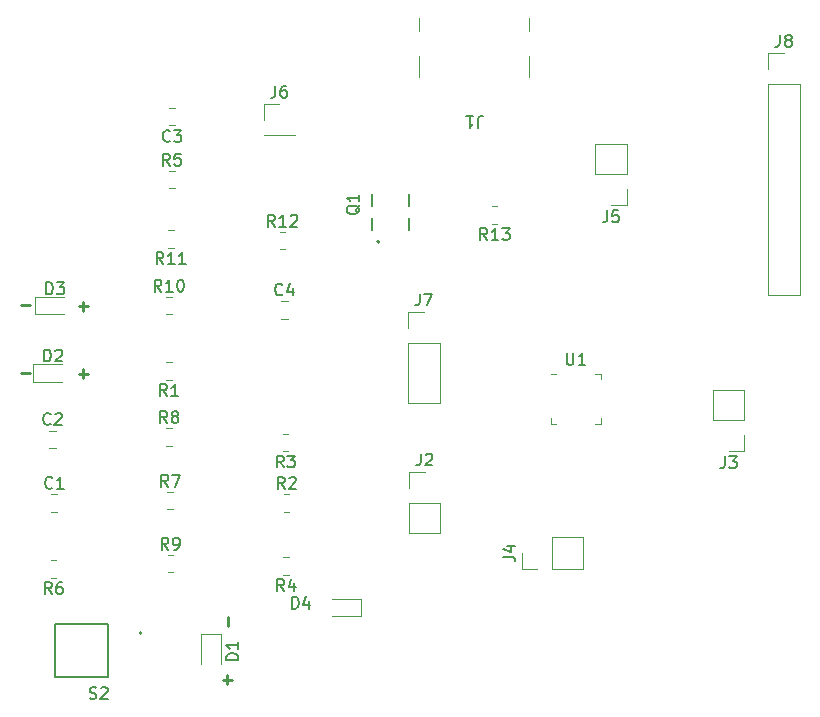
<source format=gbr>
%TF.GenerationSoftware,KiCad,Pcbnew,(6.0.10)*%
%TF.CreationDate,2023-04-05T20:35:32-05:00*%
%TF.ProjectId,445_PD,3434355f-5044-42e6-9b69-6361645f7063,rev?*%
%TF.SameCoordinates,Original*%
%TF.FileFunction,Legend,Top*%
%TF.FilePolarity,Positive*%
%FSLAX46Y46*%
G04 Gerber Fmt 4.6, Leading zero omitted, Abs format (unit mm)*
G04 Created by KiCad (PCBNEW (6.0.10)) date 2023-04-05 20:35:32*
%MOMM*%
%LPD*%
G01*
G04 APERTURE LIST*
%ADD10C,0.250000*%
%ADD11C,0.150000*%
%ADD12C,0.120000*%
%ADD13C,0.127000*%
%ADD14C,0.200000*%
G04 APERTURE END LIST*
D10*
X118440247Y-98318628D02*
X119202152Y-98318628D01*
X123317047Y-98369428D02*
X124078952Y-98369428D01*
X123698000Y-98750380D02*
X123698000Y-97988476D01*
X118440247Y-92578228D02*
X119202152Y-92578228D01*
X123317047Y-92629028D02*
X124078952Y-92629028D01*
X123698000Y-93009980D02*
X123698000Y-92248076D01*
X135970971Y-118999047D02*
X135970971Y-119760952D01*
X135920171Y-123875847D02*
X135920171Y-124637752D01*
X135539219Y-124256800D02*
X136301123Y-124256800D01*
D11*
%TO.C,U1*%
X164642895Y-96614780D02*
X164642895Y-97424304D01*
X164690514Y-97519542D01*
X164738133Y-97567161D01*
X164833371Y-97614780D01*
X165023847Y-97614780D01*
X165119085Y-97567161D01*
X165166704Y-97519542D01*
X165214323Y-97424304D01*
X165214323Y-96614780D01*
X166214323Y-97614780D02*
X165642895Y-97614780D01*
X165928609Y-97614780D02*
X165928609Y-96614780D01*
X165833371Y-96757638D01*
X165738133Y-96852876D01*
X165642895Y-96900495D01*
%TO.C,S2*%
X124250195Y-125858161D02*
X124393052Y-125905780D01*
X124631147Y-125905780D01*
X124726385Y-125858161D01*
X124774004Y-125810542D01*
X124821623Y-125715304D01*
X124821623Y-125620066D01*
X124774004Y-125524828D01*
X124726385Y-125477209D01*
X124631147Y-125429590D01*
X124440671Y-125381971D01*
X124345433Y-125334352D01*
X124297814Y-125286733D01*
X124250195Y-125191495D01*
X124250195Y-125096257D01*
X124297814Y-125001019D01*
X124345433Y-124953400D01*
X124440671Y-124905780D01*
X124678766Y-124905780D01*
X124821623Y-124953400D01*
X125202576Y-125001019D02*
X125250195Y-124953400D01*
X125345433Y-124905780D01*
X125583528Y-124905780D01*
X125678766Y-124953400D01*
X125726385Y-125001019D01*
X125774004Y-125096257D01*
X125774004Y-125191495D01*
X125726385Y-125334352D01*
X125154957Y-125905780D01*
X125774004Y-125905780D01*
%TO.C,R13*%
X157903942Y-87039980D02*
X157570609Y-86563790D01*
X157332514Y-87039980D02*
X157332514Y-86039980D01*
X157713466Y-86039980D01*
X157808704Y-86087600D01*
X157856323Y-86135219D01*
X157903942Y-86230457D01*
X157903942Y-86373314D01*
X157856323Y-86468552D01*
X157808704Y-86516171D01*
X157713466Y-86563790D01*
X157332514Y-86563790D01*
X158856323Y-87039980D02*
X158284895Y-87039980D01*
X158570609Y-87039980D02*
X158570609Y-86039980D01*
X158475371Y-86182838D01*
X158380133Y-86278076D01*
X158284895Y-86325695D01*
X159189657Y-86039980D02*
X159808704Y-86039980D01*
X159475371Y-86420933D01*
X159618228Y-86420933D01*
X159713466Y-86468552D01*
X159761085Y-86516171D01*
X159808704Y-86611409D01*
X159808704Y-86849504D01*
X159761085Y-86944742D01*
X159713466Y-86992361D01*
X159618228Y-87039980D01*
X159332514Y-87039980D01*
X159237276Y-86992361D01*
X159189657Y-86944742D01*
%TO.C,R12*%
X139925642Y-85907980D02*
X139592309Y-85431790D01*
X139354214Y-85907980D02*
X139354214Y-84907980D01*
X139735166Y-84907980D01*
X139830404Y-84955600D01*
X139878023Y-85003219D01*
X139925642Y-85098457D01*
X139925642Y-85241314D01*
X139878023Y-85336552D01*
X139830404Y-85384171D01*
X139735166Y-85431790D01*
X139354214Y-85431790D01*
X140878023Y-85907980D02*
X140306595Y-85907980D01*
X140592309Y-85907980D02*
X140592309Y-84907980D01*
X140497071Y-85050838D01*
X140401833Y-85146076D01*
X140306595Y-85193695D01*
X141258976Y-85003219D02*
X141306595Y-84955600D01*
X141401833Y-84907980D01*
X141639928Y-84907980D01*
X141735166Y-84955600D01*
X141782785Y-85003219D01*
X141830404Y-85098457D01*
X141830404Y-85193695D01*
X141782785Y-85336552D01*
X141211357Y-85907980D01*
X141830404Y-85907980D01*
%TO.C,R11*%
X130487942Y-89071980D02*
X130154609Y-88595790D01*
X129916514Y-89071980D02*
X129916514Y-88071980D01*
X130297466Y-88071980D01*
X130392704Y-88119600D01*
X130440323Y-88167219D01*
X130487942Y-88262457D01*
X130487942Y-88405314D01*
X130440323Y-88500552D01*
X130392704Y-88548171D01*
X130297466Y-88595790D01*
X129916514Y-88595790D01*
X131440323Y-89071980D02*
X130868895Y-89071980D01*
X131154609Y-89071980D02*
X131154609Y-88071980D01*
X131059371Y-88214838D01*
X130964133Y-88310076D01*
X130868895Y-88357695D01*
X132392704Y-89071980D02*
X131821276Y-89071980D01*
X132106990Y-89071980D02*
X132106990Y-88071980D01*
X132011752Y-88214838D01*
X131916514Y-88310076D01*
X131821276Y-88357695D01*
%TO.C,R10*%
X130319542Y-91410780D02*
X129986209Y-90934590D01*
X129748114Y-91410780D02*
X129748114Y-90410780D01*
X130129066Y-90410780D01*
X130224304Y-90458400D01*
X130271923Y-90506019D01*
X130319542Y-90601257D01*
X130319542Y-90744114D01*
X130271923Y-90839352D01*
X130224304Y-90886971D01*
X130129066Y-90934590D01*
X129748114Y-90934590D01*
X131271923Y-91410780D02*
X130700495Y-91410780D01*
X130986209Y-91410780D02*
X130986209Y-90410780D01*
X130890971Y-90553638D01*
X130795733Y-90648876D01*
X130700495Y-90696495D01*
X131890971Y-90410780D02*
X131986209Y-90410780D01*
X132081447Y-90458400D01*
X132129066Y-90506019D01*
X132176685Y-90601257D01*
X132224304Y-90791733D01*
X132224304Y-91029828D01*
X132176685Y-91220304D01*
X132129066Y-91315542D01*
X132081447Y-91363161D01*
X131986209Y-91410780D01*
X131890971Y-91410780D01*
X131795733Y-91363161D01*
X131748114Y-91315542D01*
X131700495Y-91220304D01*
X131652876Y-91029828D01*
X131652876Y-90791733D01*
X131700495Y-90601257D01*
X131748114Y-90506019D01*
X131795733Y-90458400D01*
X131890971Y-90410780D01*
%TO.C,R9*%
X130913333Y-113254780D02*
X130580000Y-112778590D01*
X130341904Y-113254780D02*
X130341904Y-112254780D01*
X130722857Y-112254780D01*
X130818095Y-112302400D01*
X130865714Y-112350019D01*
X130913333Y-112445257D01*
X130913333Y-112588114D01*
X130865714Y-112683352D01*
X130818095Y-112730971D01*
X130722857Y-112778590D01*
X130341904Y-112778590D01*
X131389523Y-113254780D02*
X131580000Y-113254780D01*
X131675238Y-113207161D01*
X131722857Y-113159542D01*
X131818095Y-113016685D01*
X131865714Y-112826209D01*
X131865714Y-112445257D01*
X131818095Y-112350019D01*
X131770476Y-112302400D01*
X131675238Y-112254780D01*
X131484761Y-112254780D01*
X131389523Y-112302400D01*
X131341904Y-112350019D01*
X131294285Y-112445257D01*
X131294285Y-112683352D01*
X131341904Y-112778590D01*
X131389523Y-112826209D01*
X131484761Y-112873828D01*
X131675238Y-112873828D01*
X131770476Y-112826209D01*
X131818095Y-112778590D01*
X131865714Y-112683352D01*
%TO.C,R8*%
X130811733Y-102535980D02*
X130478400Y-102059790D01*
X130240304Y-102535980D02*
X130240304Y-101535980D01*
X130621257Y-101535980D01*
X130716495Y-101583600D01*
X130764114Y-101631219D01*
X130811733Y-101726457D01*
X130811733Y-101869314D01*
X130764114Y-101964552D01*
X130716495Y-102012171D01*
X130621257Y-102059790D01*
X130240304Y-102059790D01*
X131383161Y-101964552D02*
X131287923Y-101916933D01*
X131240304Y-101869314D01*
X131192685Y-101774076D01*
X131192685Y-101726457D01*
X131240304Y-101631219D01*
X131287923Y-101583600D01*
X131383161Y-101535980D01*
X131573638Y-101535980D01*
X131668876Y-101583600D01*
X131716495Y-101631219D01*
X131764114Y-101726457D01*
X131764114Y-101774076D01*
X131716495Y-101869314D01*
X131668876Y-101916933D01*
X131573638Y-101964552D01*
X131383161Y-101964552D01*
X131287923Y-102012171D01*
X131240304Y-102059790D01*
X131192685Y-102155028D01*
X131192685Y-102345504D01*
X131240304Y-102440742D01*
X131287923Y-102488361D01*
X131383161Y-102535980D01*
X131573638Y-102535980D01*
X131668876Y-102488361D01*
X131716495Y-102440742D01*
X131764114Y-102345504D01*
X131764114Y-102155028D01*
X131716495Y-102059790D01*
X131668876Y-102012171D01*
X131573638Y-101964552D01*
%TO.C,R7*%
X130897333Y-107920780D02*
X130564000Y-107444590D01*
X130325904Y-107920780D02*
X130325904Y-106920780D01*
X130706857Y-106920780D01*
X130802095Y-106968400D01*
X130849714Y-107016019D01*
X130897333Y-107111257D01*
X130897333Y-107254114D01*
X130849714Y-107349352D01*
X130802095Y-107396971D01*
X130706857Y-107444590D01*
X130325904Y-107444590D01*
X131230666Y-106920780D02*
X131897333Y-106920780D01*
X131468761Y-107920780D01*
%TO.C,R6*%
X121042133Y-117011980D02*
X120708800Y-116535790D01*
X120470704Y-117011980D02*
X120470704Y-116011980D01*
X120851657Y-116011980D01*
X120946895Y-116059600D01*
X120994514Y-116107219D01*
X121042133Y-116202457D01*
X121042133Y-116345314D01*
X120994514Y-116440552D01*
X120946895Y-116488171D01*
X120851657Y-116535790D01*
X120470704Y-116535790D01*
X121899276Y-116011980D02*
X121708800Y-116011980D01*
X121613561Y-116059600D01*
X121565942Y-116107219D01*
X121470704Y-116250076D01*
X121423085Y-116440552D01*
X121423085Y-116821504D01*
X121470704Y-116916742D01*
X121518323Y-116964361D01*
X121613561Y-117011980D01*
X121804038Y-117011980D01*
X121899276Y-116964361D01*
X121946895Y-116916742D01*
X121994514Y-116821504D01*
X121994514Y-116583409D01*
X121946895Y-116488171D01*
X121899276Y-116440552D01*
X121804038Y-116392933D01*
X121613561Y-116392933D01*
X121518323Y-116440552D01*
X121470704Y-116488171D01*
X121423085Y-116583409D01*
%TO.C,R5*%
X131049733Y-80742780D02*
X130716400Y-80266590D01*
X130478304Y-80742780D02*
X130478304Y-79742780D01*
X130859257Y-79742780D01*
X130954495Y-79790400D01*
X131002114Y-79838019D01*
X131049733Y-79933257D01*
X131049733Y-80076114D01*
X131002114Y-80171352D01*
X130954495Y-80218971D01*
X130859257Y-80266590D01*
X130478304Y-80266590D01*
X131954495Y-79742780D02*
X131478304Y-79742780D01*
X131430685Y-80218971D01*
X131478304Y-80171352D01*
X131573542Y-80123733D01*
X131811638Y-80123733D01*
X131906876Y-80171352D01*
X131954495Y-80218971D01*
X132002114Y-80314209D01*
X132002114Y-80552304D01*
X131954495Y-80647542D01*
X131906876Y-80695161D01*
X131811638Y-80742780D01*
X131573542Y-80742780D01*
X131478304Y-80695161D01*
X131430685Y-80647542D01*
%TO.C,R4*%
X140717733Y-116757980D02*
X140384400Y-116281790D01*
X140146304Y-116757980D02*
X140146304Y-115757980D01*
X140527257Y-115757980D01*
X140622495Y-115805600D01*
X140670114Y-115853219D01*
X140717733Y-115948457D01*
X140717733Y-116091314D01*
X140670114Y-116186552D01*
X140622495Y-116234171D01*
X140527257Y-116281790D01*
X140146304Y-116281790D01*
X141574876Y-116091314D02*
X141574876Y-116757980D01*
X141336780Y-115710361D02*
X141098685Y-116424647D01*
X141717733Y-116424647D01*
%TO.C,R3*%
X140666933Y-106293180D02*
X140333600Y-105816990D01*
X140095504Y-106293180D02*
X140095504Y-105293180D01*
X140476457Y-105293180D01*
X140571695Y-105340800D01*
X140619314Y-105388419D01*
X140666933Y-105483657D01*
X140666933Y-105626514D01*
X140619314Y-105721752D01*
X140571695Y-105769371D01*
X140476457Y-105816990D01*
X140095504Y-105816990D01*
X141000266Y-105293180D02*
X141619314Y-105293180D01*
X141285980Y-105674133D01*
X141428838Y-105674133D01*
X141524076Y-105721752D01*
X141571695Y-105769371D01*
X141619314Y-105864609D01*
X141619314Y-106102704D01*
X141571695Y-106197942D01*
X141524076Y-106245561D01*
X141428838Y-106293180D01*
X141143123Y-106293180D01*
X141047885Y-106245561D01*
X141000266Y-106197942D01*
%TO.C,R2*%
X140759333Y-108103180D02*
X140426000Y-107626990D01*
X140187904Y-108103180D02*
X140187904Y-107103180D01*
X140568857Y-107103180D01*
X140664095Y-107150800D01*
X140711714Y-107198419D01*
X140759333Y-107293657D01*
X140759333Y-107436514D01*
X140711714Y-107531752D01*
X140664095Y-107579371D01*
X140568857Y-107626990D01*
X140187904Y-107626990D01*
X141140285Y-107198419D02*
X141187904Y-107150800D01*
X141283142Y-107103180D01*
X141521238Y-107103180D01*
X141616476Y-107150800D01*
X141664095Y-107198419D01*
X141711714Y-107293657D01*
X141711714Y-107388895D01*
X141664095Y-107531752D01*
X141092666Y-108103180D01*
X141711714Y-108103180D01*
%TO.C,R1*%
X130795733Y-100247980D02*
X130462400Y-99771790D01*
X130224304Y-100247980D02*
X130224304Y-99247980D01*
X130605257Y-99247980D01*
X130700495Y-99295600D01*
X130748114Y-99343219D01*
X130795733Y-99438457D01*
X130795733Y-99581314D01*
X130748114Y-99676552D01*
X130700495Y-99724171D01*
X130605257Y-99771790D01*
X130224304Y-99771790D01*
X131748114Y-100247980D02*
X131176685Y-100247980D01*
X131462400Y-100247980D02*
X131462400Y-99247980D01*
X131367161Y-99390838D01*
X131271923Y-99486076D01*
X131176685Y-99533695D01*
%TO.C,Q1*%
X147120219Y-84103838D02*
X147072600Y-84199076D01*
X146977361Y-84294314D01*
X146834504Y-84437171D01*
X146786885Y-84532409D01*
X146786885Y-84627647D01*
X147024980Y-84580028D02*
X146977361Y-84675266D01*
X146882123Y-84770504D01*
X146691647Y-84818123D01*
X146358314Y-84818123D01*
X146167838Y-84770504D01*
X146072600Y-84675266D01*
X146024980Y-84580028D01*
X146024980Y-84389552D01*
X146072600Y-84294314D01*
X146167838Y-84199076D01*
X146358314Y-84151457D01*
X146691647Y-84151457D01*
X146882123Y-84199076D01*
X146977361Y-84294314D01*
X147024980Y-84389552D01*
X147024980Y-84580028D01*
X147024980Y-83199076D02*
X147024980Y-83770504D01*
X147024980Y-83484790D02*
X146024980Y-83484790D01*
X146167838Y-83580028D01*
X146263076Y-83675266D01*
X146310695Y-83770504D01*
%TO.C,J8*%
X182699066Y-69679780D02*
X182699066Y-70394066D01*
X182651447Y-70536923D01*
X182556209Y-70632161D01*
X182413352Y-70679780D01*
X182318114Y-70679780D01*
X183318114Y-70108352D02*
X183222876Y-70060733D01*
X183175257Y-70013114D01*
X183127638Y-69917876D01*
X183127638Y-69870257D01*
X183175257Y-69775019D01*
X183222876Y-69727400D01*
X183318114Y-69679780D01*
X183508590Y-69679780D01*
X183603828Y-69727400D01*
X183651447Y-69775019D01*
X183699066Y-69870257D01*
X183699066Y-69917876D01*
X183651447Y-70013114D01*
X183603828Y-70060733D01*
X183508590Y-70108352D01*
X183318114Y-70108352D01*
X183222876Y-70155971D01*
X183175257Y-70203590D01*
X183127638Y-70298828D01*
X183127638Y-70489304D01*
X183175257Y-70584542D01*
X183222876Y-70632161D01*
X183318114Y-70679780D01*
X183508590Y-70679780D01*
X183603828Y-70632161D01*
X183651447Y-70584542D01*
X183699066Y-70489304D01*
X183699066Y-70298828D01*
X183651447Y-70203590D01*
X183603828Y-70155971D01*
X183508590Y-70108352D01*
%TO.C,J7*%
X152219066Y-91574580D02*
X152219066Y-92288866D01*
X152171447Y-92431723D01*
X152076209Y-92526961D01*
X151933352Y-92574580D01*
X151838114Y-92574580D01*
X152600019Y-91574580D02*
X153266685Y-91574580D01*
X152838114Y-92574580D01*
%TO.C,J6*%
X139976266Y-73982780D02*
X139976266Y-74697066D01*
X139928647Y-74839923D01*
X139833409Y-74935161D01*
X139690552Y-74982780D01*
X139595314Y-74982780D01*
X140881028Y-73982780D02*
X140690552Y-73982780D01*
X140595314Y-74030400D01*
X140547695Y-74078019D01*
X140452457Y-74220876D01*
X140404838Y-74411352D01*
X140404838Y-74792304D01*
X140452457Y-74887542D01*
X140500076Y-74935161D01*
X140595314Y-74982780D01*
X140785790Y-74982780D01*
X140881028Y-74935161D01*
X140928647Y-74887542D01*
X140976266Y-74792304D01*
X140976266Y-74554209D01*
X140928647Y-74458971D01*
X140881028Y-74411352D01*
X140785790Y-74363733D01*
X140595314Y-74363733D01*
X140500076Y-74411352D01*
X140452457Y-74458971D01*
X140404838Y-74554209D01*
%TO.C,J5*%
X168068666Y-84540580D02*
X168068666Y-85254866D01*
X168021047Y-85397723D01*
X167925809Y-85492961D01*
X167782952Y-85540580D01*
X167687714Y-85540580D01*
X169021047Y-84540580D02*
X168544857Y-84540580D01*
X168497238Y-85016771D01*
X168544857Y-84969152D01*
X168640095Y-84921533D01*
X168878190Y-84921533D01*
X168973428Y-84969152D01*
X169021047Y-85016771D01*
X169068666Y-85112009D01*
X169068666Y-85350104D01*
X169021047Y-85445342D01*
X168973428Y-85492961D01*
X168878190Y-85540580D01*
X168640095Y-85540580D01*
X168544857Y-85492961D01*
X168497238Y-85445342D01*
%TO.C,J4*%
X159270980Y-113871333D02*
X159985266Y-113871333D01*
X160128123Y-113918952D01*
X160223361Y-114014190D01*
X160270980Y-114157047D01*
X160270980Y-114252285D01*
X159604314Y-112966571D02*
X160270980Y-112966571D01*
X159223361Y-113204666D02*
X159937647Y-113442761D01*
X159937647Y-112823714D01*
%TO.C,J3*%
X178025466Y-105368580D02*
X178025466Y-106082866D01*
X177977847Y-106225723D01*
X177882609Y-106320961D01*
X177739752Y-106368580D01*
X177644514Y-106368580D01*
X178406419Y-105368580D02*
X179025466Y-105368580D01*
X178692133Y-105749533D01*
X178834990Y-105749533D01*
X178930228Y-105797152D01*
X178977847Y-105844771D01*
X179025466Y-105940009D01*
X179025466Y-106178104D01*
X178977847Y-106273342D01*
X178930228Y-106320961D01*
X178834990Y-106368580D01*
X178549276Y-106368580D01*
X178454038Y-106320961D01*
X178406419Y-106273342D01*
%TO.C,J2*%
X152269866Y-105118180D02*
X152269866Y-105832466D01*
X152222247Y-105975323D01*
X152127009Y-106070561D01*
X151984152Y-106118180D01*
X151888914Y-106118180D01*
X152698438Y-105213419D02*
X152746057Y-105165800D01*
X152841295Y-105118180D01*
X153079390Y-105118180D01*
X153174628Y-105165800D01*
X153222247Y-105213419D01*
X153269866Y-105308657D01*
X153269866Y-105403895D01*
X153222247Y-105546752D01*
X152650819Y-106118180D01*
X153269866Y-106118180D01*
%TO.C,J1*%
X157152933Y-77523219D02*
X157152933Y-76808933D01*
X157200552Y-76666076D01*
X157295790Y-76570838D01*
X157438647Y-76523219D01*
X157533885Y-76523219D01*
X156152933Y-76523219D02*
X156724361Y-76523219D01*
X156438647Y-76523219D02*
X156438647Y-77523219D01*
X156533885Y-77380361D01*
X156629123Y-77285123D01*
X156724361Y-77237504D01*
%TO.C,D4*%
X141376904Y-118246380D02*
X141376904Y-117246380D01*
X141615000Y-117246380D01*
X141757857Y-117294000D01*
X141853095Y-117389238D01*
X141900714Y-117484476D01*
X141948333Y-117674952D01*
X141948333Y-117817809D01*
X141900714Y-118008285D01*
X141853095Y-118103523D01*
X141757857Y-118198761D01*
X141615000Y-118246380D01*
X141376904Y-118246380D01*
X142805476Y-117579714D02*
X142805476Y-118246380D01*
X142567380Y-117198761D02*
X142329285Y-117913047D01*
X142948333Y-117913047D01*
%TO.C,D3*%
X120572304Y-91630780D02*
X120572304Y-90630780D01*
X120810400Y-90630780D01*
X120953257Y-90678400D01*
X121048495Y-90773638D01*
X121096114Y-90868876D01*
X121143733Y-91059352D01*
X121143733Y-91202209D01*
X121096114Y-91392685D01*
X121048495Y-91487923D01*
X120953257Y-91583161D01*
X120810400Y-91630780D01*
X120572304Y-91630780D01*
X121477066Y-90630780D02*
X122096114Y-90630780D01*
X121762780Y-91011733D01*
X121905638Y-91011733D01*
X122000876Y-91059352D01*
X122048495Y-91106971D01*
X122096114Y-91202209D01*
X122096114Y-91440304D01*
X122048495Y-91535542D01*
X122000876Y-91583161D01*
X121905638Y-91630780D01*
X121619923Y-91630780D01*
X121524685Y-91583161D01*
X121477066Y-91535542D01*
%TO.C,D2*%
X120408504Y-97320380D02*
X120408504Y-96320380D01*
X120646600Y-96320380D01*
X120789457Y-96368000D01*
X120884695Y-96463238D01*
X120932314Y-96558476D01*
X120979933Y-96748952D01*
X120979933Y-96891809D01*
X120932314Y-97082285D01*
X120884695Y-97177523D01*
X120789457Y-97272761D01*
X120646600Y-97320380D01*
X120408504Y-97320380D01*
X121360885Y-96415619D02*
X121408504Y-96368000D01*
X121503742Y-96320380D01*
X121741838Y-96320380D01*
X121837076Y-96368000D01*
X121884695Y-96415619D01*
X121932314Y-96510857D01*
X121932314Y-96606095D01*
X121884695Y-96748952D01*
X121313266Y-97320380D01*
X121932314Y-97320380D01*
%TO.C,D1*%
X136820780Y-122607295D02*
X135820780Y-122607295D01*
X135820780Y-122369200D01*
X135868400Y-122226342D01*
X135963638Y-122131104D01*
X136058876Y-122083485D01*
X136249352Y-122035866D01*
X136392209Y-122035866D01*
X136582685Y-122083485D01*
X136677923Y-122131104D01*
X136773161Y-122226342D01*
X136820780Y-122369200D01*
X136820780Y-122607295D01*
X136820780Y-121083485D02*
X136820780Y-121654914D01*
X136820780Y-121369200D02*
X135820780Y-121369200D01*
X135963638Y-121464438D01*
X136058876Y-121559676D01*
X136106495Y-121654914D01*
%TO.C,C4*%
X140578633Y-91641142D02*
X140531014Y-91688761D01*
X140388157Y-91736380D01*
X140292919Y-91736380D01*
X140150061Y-91688761D01*
X140054823Y-91593523D01*
X140007204Y-91498285D01*
X139959585Y-91307809D01*
X139959585Y-91164952D01*
X140007204Y-90974476D01*
X140054823Y-90879238D01*
X140150061Y-90784000D01*
X140292919Y-90736380D01*
X140388157Y-90736380D01*
X140531014Y-90784000D01*
X140578633Y-90831619D01*
X141435776Y-91069714D02*
X141435776Y-91736380D01*
X141197680Y-90688761D02*
X140959585Y-91403047D01*
X141578633Y-91403047D01*
%TO.C,C3*%
X131049733Y-78643542D02*
X131002114Y-78691161D01*
X130859257Y-78738780D01*
X130764019Y-78738780D01*
X130621161Y-78691161D01*
X130525923Y-78595923D01*
X130478304Y-78500685D01*
X130430685Y-78310209D01*
X130430685Y-78167352D01*
X130478304Y-77976876D01*
X130525923Y-77881638D01*
X130621161Y-77786400D01*
X130764019Y-77738780D01*
X130859257Y-77738780D01*
X131002114Y-77786400D01*
X131049733Y-77834019D01*
X131383066Y-77738780D02*
X132002114Y-77738780D01*
X131668780Y-78119733D01*
X131811638Y-78119733D01*
X131906876Y-78167352D01*
X131954495Y-78214971D01*
X132002114Y-78310209D01*
X132002114Y-78548304D01*
X131954495Y-78643542D01*
X131906876Y-78691161D01*
X131811638Y-78738780D01*
X131525923Y-78738780D01*
X131430685Y-78691161D01*
X131383066Y-78643542D01*
%TO.C,C2*%
X120940533Y-102613942D02*
X120892914Y-102661561D01*
X120750057Y-102709180D01*
X120654819Y-102709180D01*
X120511961Y-102661561D01*
X120416723Y-102566323D01*
X120369104Y-102471085D01*
X120321485Y-102280609D01*
X120321485Y-102137752D01*
X120369104Y-101947276D01*
X120416723Y-101852038D01*
X120511961Y-101756800D01*
X120654819Y-101709180D01*
X120750057Y-101709180D01*
X120892914Y-101756800D01*
X120940533Y-101804419D01*
X121321485Y-101804419D02*
X121369104Y-101756800D01*
X121464342Y-101709180D01*
X121702438Y-101709180D01*
X121797676Y-101756800D01*
X121845295Y-101804419D01*
X121892914Y-101899657D01*
X121892914Y-101994895D01*
X121845295Y-102137752D01*
X121273866Y-102709180D01*
X121892914Y-102709180D01*
%TO.C,C1*%
X121092933Y-107998742D02*
X121045314Y-108046361D01*
X120902457Y-108093980D01*
X120807219Y-108093980D01*
X120664361Y-108046361D01*
X120569123Y-107951123D01*
X120521504Y-107855885D01*
X120473885Y-107665409D01*
X120473885Y-107522552D01*
X120521504Y-107332076D01*
X120569123Y-107236838D01*
X120664361Y-107141600D01*
X120807219Y-107093980D01*
X120902457Y-107093980D01*
X121045314Y-107141600D01*
X121092933Y-107189219D01*
X122045314Y-108093980D02*
X121473885Y-108093980D01*
X121759600Y-108093980D02*
X121759600Y-107093980D01*
X121664361Y-107236838D01*
X121569123Y-107332076D01*
X121473885Y-107379695D01*
D12*
%TO.C,U1*%
X167039800Y-98372400D02*
X167514800Y-98372400D01*
X163769800Y-102592400D02*
X163294800Y-102592400D01*
X167514800Y-102592400D02*
X167514800Y-102117400D01*
X167039800Y-102592400D02*
X167514800Y-102592400D01*
X163294800Y-102592400D02*
X163294800Y-102117400D01*
X167514800Y-98372400D02*
X167514800Y-98847400D01*
X163769800Y-98372400D02*
X163294800Y-98372400D01*
D13*
%TO.C,S2*%
X125787100Y-119568400D02*
X125787100Y-124068400D01*
X125787100Y-124068400D02*
X121287100Y-124068400D01*
X121287100Y-124068400D02*
X121287100Y-119568400D01*
X121287100Y-119568400D02*
X125787100Y-119568400D01*
D14*
X128637100Y-120318400D02*
G75*
G03*
X128637100Y-120318400I-100000J0D01*
G01*
D12*
%TO.C,R13*%
X158773864Y-85672600D02*
X158319736Y-85672600D01*
X158773864Y-84202600D02*
X158319736Y-84202600D01*
%TO.C,R12*%
X140341436Y-86370600D02*
X140795564Y-86370600D01*
X140341436Y-87840600D02*
X140795564Y-87840600D01*
%TO.C,R11*%
X131357864Y-87704600D02*
X130903736Y-87704600D01*
X131357864Y-86234600D02*
X130903736Y-86234600D01*
%TO.C,R10*%
X130735336Y-91873400D02*
X131189464Y-91873400D01*
X130735336Y-93343400D02*
X131189464Y-93343400D01*
%TO.C,R9*%
X130852936Y-113717400D02*
X131307064Y-113717400D01*
X130852936Y-115187400D02*
X131307064Y-115187400D01*
%TO.C,R8*%
X130751336Y-104468600D02*
X131205464Y-104468600D01*
X130751336Y-102998600D02*
X131205464Y-102998600D01*
%TO.C,R7*%
X130836936Y-108383400D02*
X131291064Y-108383400D01*
X130836936Y-109853400D02*
X131291064Y-109853400D01*
%TO.C,R6*%
X121435864Y-115644600D02*
X120981736Y-115644600D01*
X121435864Y-114174600D02*
X120981736Y-114174600D01*
%TO.C,R5*%
X130989336Y-81205400D02*
X131443464Y-81205400D01*
X130989336Y-82675400D02*
X131443464Y-82675400D01*
%TO.C,R4*%
X141111464Y-115390600D02*
X140657336Y-115390600D01*
X141111464Y-113920600D02*
X140657336Y-113920600D01*
%TO.C,R3*%
X141060664Y-104925800D02*
X140606536Y-104925800D01*
X141060664Y-103455800D02*
X140606536Y-103455800D01*
%TO.C,R2*%
X140698936Y-108565800D02*
X141153064Y-108565800D01*
X140698936Y-110035800D02*
X141153064Y-110035800D01*
%TO.C,R1*%
X131189464Y-98880600D02*
X130735336Y-98880600D01*
X131189464Y-97410600D02*
X130735336Y-97410600D01*
D14*
%TO.C,Q1*%
X148807600Y-87183600D02*
G75*
G03*
X148807600Y-87183600I-100000J0D01*
G01*
D13*
X151282600Y-85203600D02*
X151282600Y-86183600D01*
X151282600Y-83183600D02*
X151282600Y-84163600D01*
X148132600Y-85203600D02*
X148132600Y-86183600D01*
X148132600Y-83183600D02*
X148132600Y-84163600D01*
D12*
%TO.C,J8*%
X181702400Y-73827400D02*
X184362400Y-73827400D01*
X181702400Y-91667400D02*
X184362400Y-91667400D01*
X181702400Y-73827400D02*
X181702400Y-91667400D01*
X181702400Y-72557400D02*
X181702400Y-71227400D01*
X184362400Y-73827400D02*
X184362400Y-91667400D01*
X181702400Y-71227400D02*
X183032400Y-71227400D01*
%TO.C,J7*%
X151222400Y-100862200D02*
X153882400Y-100862200D01*
X151222400Y-95722200D02*
X151222400Y-100862200D01*
X151222400Y-94452200D02*
X151222400Y-93122200D01*
X153882400Y-95722200D02*
X153882400Y-100862200D01*
X151222400Y-93122200D02*
X152552400Y-93122200D01*
X151222400Y-95722200D02*
X153882400Y-95722200D01*
%TO.C,J6*%
X138979600Y-75530400D02*
X140309600Y-75530400D01*
X138979600Y-78130400D02*
X141639600Y-78130400D01*
X138979600Y-78190400D02*
X141639600Y-78190400D01*
X141639600Y-78130400D02*
X141639600Y-78190400D01*
X138979600Y-78130400D02*
X138979600Y-78190400D01*
X138979600Y-76860400D02*
X138979600Y-75530400D01*
%TO.C,J5*%
X169732000Y-82758200D02*
X169732000Y-84088200D01*
X169732000Y-78888200D02*
X167072000Y-78888200D01*
X169732000Y-81488200D02*
X169732000Y-78888200D01*
X169732000Y-81488200D02*
X167072000Y-81488200D01*
X169732000Y-84088200D02*
X168402000Y-84088200D01*
X167072000Y-81488200D02*
X167072000Y-78888200D01*
%TO.C,J4*%
X162148600Y-114868000D02*
X160818600Y-114868000D01*
X166018600Y-114868000D02*
X166018600Y-112208000D01*
X163418600Y-114868000D02*
X166018600Y-114868000D01*
X163418600Y-114868000D02*
X163418600Y-112208000D01*
X160818600Y-114868000D02*
X160818600Y-113538000D01*
X163418600Y-112208000D02*
X166018600Y-112208000D01*
%TO.C,J3*%
X179688800Y-103586200D02*
X179688800Y-104916200D01*
X179688800Y-99716200D02*
X177028800Y-99716200D01*
X179688800Y-102316200D02*
X179688800Y-99716200D01*
X179688800Y-102316200D02*
X177028800Y-102316200D01*
X179688800Y-104916200D02*
X178358800Y-104916200D01*
X177028800Y-102316200D02*
X177028800Y-99716200D01*
%TO.C,J2*%
X151273200Y-107995800D02*
X151273200Y-106665800D01*
X151273200Y-111865800D02*
X153933200Y-111865800D01*
X151273200Y-109265800D02*
X151273200Y-111865800D01*
X151273200Y-109265800D02*
X153933200Y-109265800D01*
X151273200Y-106665800D02*
X152603200Y-106665800D01*
X153933200Y-109265800D02*
X153933200Y-111865800D01*
%TO.C,J1*%
X161489600Y-71475600D02*
X161489600Y-73275600D01*
X161489600Y-69375600D02*
X161489600Y-68225600D01*
X152149600Y-69375600D02*
X152149600Y-68225600D01*
X152149600Y-71475600D02*
X152149600Y-73275600D01*
%TO.C,D4*%
X144742000Y-118895800D02*
X147202000Y-118895800D01*
X147202000Y-117425800D02*
X144742000Y-117425800D01*
X147202000Y-118895800D02*
X147202000Y-117425800D01*
%TO.C,D3*%
X122110400Y-91873400D02*
X119650400Y-91873400D01*
X119650400Y-93343400D02*
X122110400Y-93343400D01*
X119650400Y-91873400D02*
X119650400Y-93343400D01*
%TO.C,D2*%
X121946600Y-97563000D02*
X119486600Y-97563000D01*
X119486600Y-99033000D02*
X121946600Y-99033000D01*
X119486600Y-97563000D02*
X119486600Y-99033000D01*
%TO.C,D1*%
X135368400Y-120369200D02*
X133668400Y-120369200D01*
X133668400Y-120369200D02*
X133668400Y-122919200D01*
X135368400Y-120369200D02*
X135368400Y-122919200D01*
%TO.C,C4*%
X140484048Y-92229000D02*
X141006552Y-92229000D01*
X140484048Y-93699000D02*
X141006552Y-93699000D01*
%TO.C,C3*%
X131477652Y-77341400D02*
X130955148Y-77341400D01*
X131477652Y-75871400D02*
X130955148Y-75871400D01*
%TO.C,C2*%
X120845948Y-103201800D02*
X121368452Y-103201800D01*
X120845948Y-104671800D02*
X121368452Y-104671800D01*
%TO.C,C1*%
X120998348Y-108586600D02*
X121520852Y-108586600D01*
X120998348Y-110056600D02*
X121520852Y-110056600D01*
%TD*%
M02*

</source>
